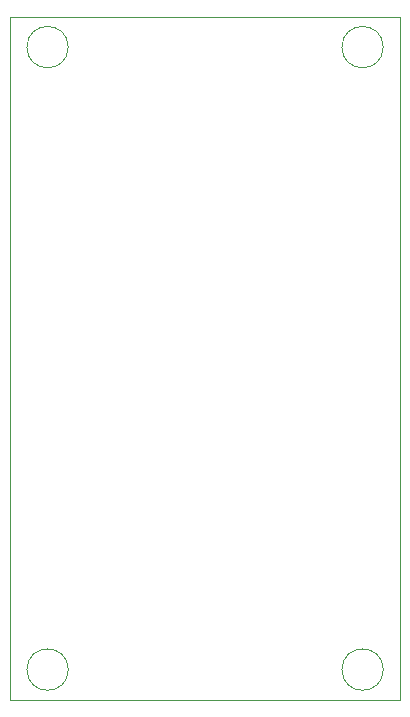
<source format=gm1>
G04 #@! TF.GenerationSoftware,KiCad,Pcbnew,(5.1.5-0-10_14)*
G04 #@! TF.CreationDate,2020-01-10T14:29:01+09:00*
G04 #@! TF.ProjectId,Zigbee2MQTT,5a696762-6565-4324-9d51-54542e6b6963,rev?*
G04 #@! TF.SameCoordinates,Original*
G04 #@! TF.FileFunction,Profile,NP*
%FSLAX46Y46*%
G04 Gerber Fmt 4.6, Leading zero omitted, Abs format (unit mm)*
G04 Created by KiCad (PCBNEW (5.1.5-0-10_14)) date 2020-01-10 14:29:01*
%MOMM*%
%LPD*%
G04 APERTURE LIST*
%ADD10C,0.120000*%
%ADD11C,0.050000*%
G04 APERTURE END LIST*
D10*
X155420000Y-118110000D02*
G75*
G03X155420000Y-118110000I-1750000J0D01*
G01*
X128750000Y-118110000D02*
G75*
G03X128750000Y-118110000I-1750000J0D01*
G01*
X128750000Y-65405000D02*
G75*
G03X128750000Y-65405000I-1750000J0D01*
G01*
X155420000Y-65405000D02*
G75*
G03X155420000Y-65405000I-1750000J0D01*
G01*
D11*
X123825000Y-62865000D02*
X123825000Y-120650000D01*
X156845000Y-120650000D02*
X123825000Y-120650000D01*
X156845000Y-62865000D02*
X156845000Y-120650000D01*
X123825000Y-62865000D02*
X156845000Y-62865000D01*
M02*

</source>
